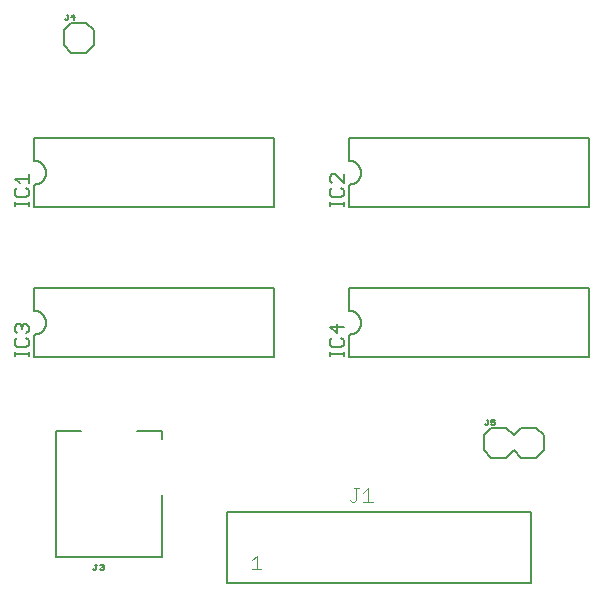
<source format=gbr>
G04 EAGLE Gerber X2 export*
%TF.Part,Single*%
%TF.FileFunction,Legend,Top,1*%
%TF.FilePolarity,Positive*%
%TF.GenerationSoftware,Autodesk,EAGLE,8.6.3*%
%TF.CreationDate,2018-02-26T22:29:53Z*%
G75*
%MOMM*%
%FSLAX34Y34*%
%LPD*%
%AMOC8*
5,1,8,0,0,1.08239X$1,22.5*%
G01*
%ADD10C,0.152400*%
%ADD11C,0.127000*%
%ADD12C,0.101600*%
%ADD13C,0.203200*%


D10*
X241300Y384810D02*
X38100Y384810D01*
X38100Y326390D02*
X241300Y326390D01*
X241300Y384810D01*
X38100Y384810D02*
X38100Y365760D01*
X38100Y345440D02*
X38100Y326390D01*
X38100Y345440D02*
X38347Y345443D01*
X38595Y345452D01*
X38842Y345467D01*
X39088Y345488D01*
X39334Y345515D01*
X39579Y345548D01*
X39824Y345587D01*
X40067Y345632D01*
X40309Y345683D01*
X40550Y345740D01*
X40789Y345802D01*
X41027Y345871D01*
X41263Y345945D01*
X41497Y346025D01*
X41729Y346110D01*
X41959Y346202D01*
X42187Y346298D01*
X42412Y346401D01*
X42635Y346508D01*
X42855Y346622D01*
X43072Y346740D01*
X43287Y346864D01*
X43498Y346993D01*
X43706Y347127D01*
X43911Y347266D01*
X44112Y347410D01*
X44310Y347558D01*
X44504Y347712D01*
X44694Y347870D01*
X44880Y348033D01*
X45062Y348200D01*
X45240Y348372D01*
X45414Y348548D01*
X45584Y348728D01*
X45749Y348913D01*
X45909Y349101D01*
X46065Y349293D01*
X46217Y349489D01*
X46363Y349688D01*
X46505Y349891D01*
X46641Y350098D01*
X46773Y350307D01*
X46899Y350520D01*
X47020Y350736D01*
X47136Y350954D01*
X47246Y351176D01*
X47351Y351400D01*
X47451Y351626D01*
X47545Y351855D01*
X47633Y352086D01*
X47716Y352320D01*
X47793Y352555D01*
X47864Y352792D01*
X47930Y353030D01*
X47989Y353270D01*
X48043Y353512D01*
X48091Y353755D01*
X48133Y353998D01*
X48169Y354243D01*
X48199Y354489D01*
X48223Y354735D01*
X48241Y354982D01*
X48253Y355229D01*
X48259Y355476D01*
X48259Y355724D01*
X48253Y355971D01*
X48241Y356218D01*
X48223Y356465D01*
X48199Y356711D01*
X48169Y356957D01*
X48133Y357202D01*
X48091Y357445D01*
X48043Y357688D01*
X47989Y357930D01*
X47930Y358170D01*
X47864Y358408D01*
X47793Y358645D01*
X47716Y358880D01*
X47633Y359114D01*
X47545Y359345D01*
X47451Y359574D01*
X47351Y359800D01*
X47246Y360024D01*
X47136Y360246D01*
X47020Y360464D01*
X46899Y360680D01*
X46773Y360893D01*
X46641Y361102D01*
X46505Y361309D01*
X46363Y361512D01*
X46217Y361711D01*
X46065Y361907D01*
X45909Y362099D01*
X45749Y362287D01*
X45584Y362472D01*
X45414Y362652D01*
X45240Y362828D01*
X45062Y363000D01*
X44880Y363167D01*
X44694Y363330D01*
X44504Y363488D01*
X44310Y363642D01*
X44112Y363790D01*
X43911Y363934D01*
X43706Y364073D01*
X43498Y364207D01*
X43287Y364336D01*
X43072Y364460D01*
X42855Y364578D01*
X42635Y364692D01*
X42412Y364799D01*
X42187Y364902D01*
X41959Y364998D01*
X41729Y365090D01*
X41497Y365175D01*
X41263Y365255D01*
X41027Y365329D01*
X40789Y365398D01*
X40550Y365460D01*
X40309Y365517D01*
X40067Y365568D01*
X39824Y365613D01*
X39579Y365652D01*
X39334Y365685D01*
X39088Y365712D01*
X38842Y365733D01*
X38595Y365748D01*
X38347Y365757D01*
X38100Y365760D01*
D11*
X33655Y330838D02*
X33655Y327025D01*
X33655Y328932D02*
X22215Y328932D01*
X22215Y330838D02*
X22215Y327025D01*
X22215Y340541D02*
X24122Y342447D01*
X22215Y340541D02*
X22215Y336728D01*
X24122Y334821D01*
X31748Y334821D01*
X33655Y336728D01*
X33655Y340541D01*
X31748Y342447D01*
X26029Y346515D02*
X22215Y350328D01*
X33655Y350328D01*
X33655Y346515D02*
X33655Y354141D01*
D10*
X304800Y384810D02*
X508000Y384810D01*
X508000Y326390D02*
X304800Y326390D01*
X508000Y326390D02*
X508000Y384810D01*
X304800Y384810D02*
X304800Y365760D01*
X304800Y345440D02*
X304800Y326390D01*
X304800Y345440D02*
X305047Y345443D01*
X305295Y345452D01*
X305542Y345467D01*
X305788Y345488D01*
X306034Y345515D01*
X306279Y345548D01*
X306524Y345587D01*
X306767Y345632D01*
X307009Y345683D01*
X307250Y345740D01*
X307489Y345802D01*
X307727Y345871D01*
X307963Y345945D01*
X308197Y346025D01*
X308429Y346110D01*
X308659Y346202D01*
X308887Y346298D01*
X309112Y346401D01*
X309335Y346508D01*
X309555Y346622D01*
X309772Y346740D01*
X309987Y346864D01*
X310198Y346993D01*
X310406Y347127D01*
X310611Y347266D01*
X310812Y347410D01*
X311010Y347558D01*
X311204Y347712D01*
X311394Y347870D01*
X311580Y348033D01*
X311762Y348200D01*
X311940Y348372D01*
X312114Y348548D01*
X312284Y348728D01*
X312449Y348913D01*
X312609Y349101D01*
X312765Y349293D01*
X312917Y349489D01*
X313063Y349688D01*
X313205Y349891D01*
X313341Y350098D01*
X313473Y350307D01*
X313599Y350520D01*
X313720Y350736D01*
X313836Y350954D01*
X313946Y351176D01*
X314051Y351400D01*
X314151Y351626D01*
X314245Y351855D01*
X314333Y352086D01*
X314416Y352320D01*
X314493Y352555D01*
X314564Y352792D01*
X314630Y353030D01*
X314689Y353270D01*
X314743Y353512D01*
X314791Y353755D01*
X314833Y353998D01*
X314869Y354243D01*
X314899Y354489D01*
X314923Y354735D01*
X314941Y354982D01*
X314953Y355229D01*
X314959Y355476D01*
X314959Y355724D01*
X314953Y355971D01*
X314941Y356218D01*
X314923Y356465D01*
X314899Y356711D01*
X314869Y356957D01*
X314833Y357202D01*
X314791Y357445D01*
X314743Y357688D01*
X314689Y357930D01*
X314630Y358170D01*
X314564Y358408D01*
X314493Y358645D01*
X314416Y358880D01*
X314333Y359114D01*
X314245Y359345D01*
X314151Y359574D01*
X314051Y359800D01*
X313946Y360024D01*
X313836Y360246D01*
X313720Y360464D01*
X313599Y360680D01*
X313473Y360893D01*
X313341Y361102D01*
X313205Y361309D01*
X313063Y361512D01*
X312917Y361711D01*
X312765Y361907D01*
X312609Y362099D01*
X312449Y362287D01*
X312284Y362472D01*
X312114Y362652D01*
X311940Y362828D01*
X311762Y363000D01*
X311580Y363167D01*
X311394Y363330D01*
X311204Y363488D01*
X311010Y363642D01*
X310812Y363790D01*
X310611Y363934D01*
X310406Y364073D01*
X310198Y364207D01*
X309987Y364336D01*
X309772Y364460D01*
X309555Y364578D01*
X309335Y364692D01*
X309112Y364799D01*
X308887Y364902D01*
X308659Y364998D01*
X308429Y365090D01*
X308197Y365175D01*
X307963Y365255D01*
X307727Y365329D01*
X307489Y365398D01*
X307250Y365460D01*
X307009Y365517D01*
X306767Y365568D01*
X306524Y365613D01*
X306279Y365652D01*
X306034Y365685D01*
X305788Y365712D01*
X305542Y365733D01*
X305295Y365748D01*
X305047Y365757D01*
X304800Y365760D01*
D11*
X300355Y330838D02*
X300355Y327025D01*
X300355Y328932D02*
X288915Y328932D01*
X288915Y330838D02*
X288915Y327025D01*
X288915Y340541D02*
X290822Y342447D01*
X288915Y340541D02*
X288915Y336728D01*
X290822Y334821D01*
X298448Y334821D01*
X300355Y336728D01*
X300355Y340541D01*
X298448Y342447D01*
X300355Y346515D02*
X300355Y354141D01*
X300355Y346515D02*
X292729Y354141D01*
X290822Y354141D01*
X288915Y352235D01*
X288915Y348422D01*
X290822Y346515D01*
D10*
X241300Y257810D02*
X38100Y257810D01*
X38100Y199390D02*
X241300Y199390D01*
X241300Y257810D01*
X38100Y257810D02*
X38100Y238760D01*
X38100Y218440D02*
X38100Y199390D01*
X38100Y218440D02*
X38347Y218443D01*
X38595Y218452D01*
X38842Y218467D01*
X39088Y218488D01*
X39334Y218515D01*
X39579Y218548D01*
X39824Y218587D01*
X40067Y218632D01*
X40309Y218683D01*
X40550Y218740D01*
X40789Y218802D01*
X41027Y218871D01*
X41263Y218945D01*
X41497Y219025D01*
X41729Y219110D01*
X41959Y219202D01*
X42187Y219298D01*
X42412Y219401D01*
X42635Y219508D01*
X42855Y219622D01*
X43072Y219740D01*
X43287Y219864D01*
X43498Y219993D01*
X43706Y220127D01*
X43911Y220266D01*
X44112Y220410D01*
X44310Y220558D01*
X44504Y220712D01*
X44694Y220870D01*
X44880Y221033D01*
X45062Y221200D01*
X45240Y221372D01*
X45414Y221548D01*
X45584Y221728D01*
X45749Y221913D01*
X45909Y222101D01*
X46065Y222293D01*
X46217Y222489D01*
X46363Y222688D01*
X46505Y222891D01*
X46641Y223098D01*
X46773Y223307D01*
X46899Y223520D01*
X47020Y223736D01*
X47136Y223954D01*
X47246Y224176D01*
X47351Y224400D01*
X47451Y224626D01*
X47545Y224855D01*
X47633Y225086D01*
X47716Y225320D01*
X47793Y225555D01*
X47864Y225792D01*
X47930Y226030D01*
X47989Y226270D01*
X48043Y226512D01*
X48091Y226755D01*
X48133Y226998D01*
X48169Y227243D01*
X48199Y227489D01*
X48223Y227735D01*
X48241Y227982D01*
X48253Y228229D01*
X48259Y228476D01*
X48259Y228724D01*
X48253Y228971D01*
X48241Y229218D01*
X48223Y229465D01*
X48199Y229711D01*
X48169Y229957D01*
X48133Y230202D01*
X48091Y230445D01*
X48043Y230688D01*
X47989Y230930D01*
X47930Y231170D01*
X47864Y231408D01*
X47793Y231645D01*
X47716Y231880D01*
X47633Y232114D01*
X47545Y232345D01*
X47451Y232574D01*
X47351Y232800D01*
X47246Y233024D01*
X47136Y233246D01*
X47020Y233464D01*
X46899Y233680D01*
X46773Y233893D01*
X46641Y234102D01*
X46505Y234309D01*
X46363Y234512D01*
X46217Y234711D01*
X46065Y234907D01*
X45909Y235099D01*
X45749Y235287D01*
X45584Y235472D01*
X45414Y235652D01*
X45240Y235828D01*
X45062Y236000D01*
X44880Y236167D01*
X44694Y236330D01*
X44504Y236488D01*
X44310Y236642D01*
X44112Y236790D01*
X43911Y236934D01*
X43706Y237073D01*
X43498Y237207D01*
X43287Y237336D01*
X43072Y237460D01*
X42855Y237578D01*
X42635Y237692D01*
X42412Y237799D01*
X42187Y237902D01*
X41959Y237998D01*
X41729Y238090D01*
X41497Y238175D01*
X41263Y238255D01*
X41027Y238329D01*
X40789Y238398D01*
X40550Y238460D01*
X40309Y238517D01*
X40067Y238568D01*
X39824Y238613D01*
X39579Y238652D01*
X39334Y238685D01*
X39088Y238712D01*
X38842Y238733D01*
X38595Y238748D01*
X38347Y238757D01*
X38100Y238760D01*
D11*
X33655Y203838D02*
X33655Y200025D01*
X33655Y201932D02*
X22215Y201932D01*
X22215Y203838D02*
X22215Y200025D01*
X22215Y213541D02*
X24122Y215447D01*
X22215Y213541D02*
X22215Y209728D01*
X24122Y207821D01*
X31748Y207821D01*
X33655Y209728D01*
X33655Y213541D01*
X31748Y215447D01*
X24122Y219515D02*
X22215Y221422D01*
X22215Y225235D01*
X24122Y227141D01*
X26029Y227141D01*
X27935Y225235D01*
X27935Y223328D01*
X27935Y225235D02*
X29842Y227141D01*
X31748Y227141D01*
X33655Y225235D01*
X33655Y221422D01*
X31748Y219515D01*
D10*
X304800Y257810D02*
X508000Y257810D01*
X508000Y199390D02*
X304800Y199390D01*
X508000Y199390D02*
X508000Y257810D01*
X304800Y257810D02*
X304800Y238760D01*
X304800Y218440D02*
X304800Y199390D01*
X304800Y218440D02*
X305047Y218443D01*
X305295Y218452D01*
X305542Y218467D01*
X305788Y218488D01*
X306034Y218515D01*
X306279Y218548D01*
X306524Y218587D01*
X306767Y218632D01*
X307009Y218683D01*
X307250Y218740D01*
X307489Y218802D01*
X307727Y218871D01*
X307963Y218945D01*
X308197Y219025D01*
X308429Y219110D01*
X308659Y219202D01*
X308887Y219298D01*
X309112Y219401D01*
X309335Y219508D01*
X309555Y219622D01*
X309772Y219740D01*
X309987Y219864D01*
X310198Y219993D01*
X310406Y220127D01*
X310611Y220266D01*
X310812Y220410D01*
X311010Y220558D01*
X311204Y220712D01*
X311394Y220870D01*
X311580Y221033D01*
X311762Y221200D01*
X311940Y221372D01*
X312114Y221548D01*
X312284Y221728D01*
X312449Y221913D01*
X312609Y222101D01*
X312765Y222293D01*
X312917Y222489D01*
X313063Y222688D01*
X313205Y222891D01*
X313341Y223098D01*
X313473Y223307D01*
X313599Y223520D01*
X313720Y223736D01*
X313836Y223954D01*
X313946Y224176D01*
X314051Y224400D01*
X314151Y224626D01*
X314245Y224855D01*
X314333Y225086D01*
X314416Y225320D01*
X314493Y225555D01*
X314564Y225792D01*
X314630Y226030D01*
X314689Y226270D01*
X314743Y226512D01*
X314791Y226755D01*
X314833Y226998D01*
X314869Y227243D01*
X314899Y227489D01*
X314923Y227735D01*
X314941Y227982D01*
X314953Y228229D01*
X314959Y228476D01*
X314959Y228724D01*
X314953Y228971D01*
X314941Y229218D01*
X314923Y229465D01*
X314899Y229711D01*
X314869Y229957D01*
X314833Y230202D01*
X314791Y230445D01*
X314743Y230688D01*
X314689Y230930D01*
X314630Y231170D01*
X314564Y231408D01*
X314493Y231645D01*
X314416Y231880D01*
X314333Y232114D01*
X314245Y232345D01*
X314151Y232574D01*
X314051Y232800D01*
X313946Y233024D01*
X313836Y233246D01*
X313720Y233464D01*
X313599Y233680D01*
X313473Y233893D01*
X313341Y234102D01*
X313205Y234309D01*
X313063Y234512D01*
X312917Y234711D01*
X312765Y234907D01*
X312609Y235099D01*
X312449Y235287D01*
X312284Y235472D01*
X312114Y235652D01*
X311940Y235828D01*
X311762Y236000D01*
X311580Y236167D01*
X311394Y236330D01*
X311204Y236488D01*
X311010Y236642D01*
X310812Y236790D01*
X310611Y236934D01*
X310406Y237073D01*
X310198Y237207D01*
X309987Y237336D01*
X309772Y237460D01*
X309555Y237578D01*
X309335Y237692D01*
X309112Y237799D01*
X308887Y237902D01*
X308659Y237998D01*
X308429Y238090D01*
X308197Y238175D01*
X307963Y238255D01*
X307727Y238329D01*
X307489Y238398D01*
X307250Y238460D01*
X307009Y238517D01*
X306767Y238568D01*
X306524Y238613D01*
X306279Y238652D01*
X306034Y238685D01*
X305788Y238712D01*
X305542Y238733D01*
X305295Y238748D01*
X305047Y238757D01*
X304800Y238760D01*
D11*
X300355Y203838D02*
X300355Y200025D01*
X300355Y201932D02*
X288915Y201932D01*
X288915Y203838D02*
X288915Y200025D01*
X288915Y213541D02*
X290822Y215447D01*
X288915Y213541D02*
X288915Y209728D01*
X290822Y207821D01*
X298448Y207821D01*
X300355Y209728D01*
X300355Y213541D01*
X298448Y215447D01*
X300355Y225235D02*
X288915Y225235D01*
X294635Y219515D01*
X294635Y227141D01*
X201350Y68100D02*
X459050Y68100D01*
X459050Y8100D01*
X201350Y8100D01*
X201350Y68100D01*
D12*
X305308Y78657D02*
X307257Y76708D01*
X309206Y76708D01*
X311155Y78657D01*
X311155Y88402D01*
X309206Y88402D02*
X313104Y88402D01*
X317002Y84504D02*
X320900Y88402D01*
X320900Y76708D01*
X317002Y76708D02*
X324798Y76708D01*
X226656Y31252D02*
X222758Y27354D01*
X226656Y31252D02*
X226656Y19558D01*
X222758Y19558D02*
X230554Y19558D01*
D13*
X146600Y137000D02*
X125600Y137000D01*
X146600Y83000D02*
X146600Y30000D01*
X146600Y130000D02*
X146600Y137000D01*
X56600Y137000D02*
X56600Y30000D01*
X56600Y137000D02*
X77600Y137000D01*
X56600Y30000D02*
X146600Y30000D01*
D11*
X89324Y18923D02*
X88519Y19728D01*
X89324Y18923D02*
X90129Y18923D01*
X90934Y19728D01*
X90934Y23753D01*
X90129Y23753D02*
X91739Y23753D01*
X94132Y22948D02*
X94937Y23753D01*
X96547Y23753D01*
X97352Y22948D01*
X97352Y22143D01*
X96547Y21338D01*
X95742Y21338D01*
X96547Y21338D02*
X97352Y20533D01*
X97352Y19728D01*
X96547Y18923D01*
X94937Y18923D01*
X94132Y19728D01*
D13*
X88900Y476250D02*
X82550Y482600D01*
X69850Y482600D01*
X63500Y476250D01*
X63500Y463550D01*
X69850Y457200D01*
X82550Y457200D01*
X88900Y463550D01*
X88900Y476250D01*
D11*
X64940Y484505D02*
X64135Y485310D01*
X64940Y484505D02*
X65745Y484505D01*
X66550Y485310D01*
X66550Y489335D01*
X65745Y489335D02*
X67355Y489335D01*
X72163Y489335D02*
X72163Y484505D01*
X69748Y486920D02*
X72163Y489335D01*
X72968Y486920D02*
X69748Y486920D01*
D13*
X425450Y139700D02*
X438150Y139700D01*
X444500Y133350D01*
X444500Y120650D02*
X438150Y114300D01*
X444500Y133350D02*
X450850Y139700D01*
X463550Y139700D01*
X469900Y133350D01*
X469900Y120650D02*
X463550Y114300D01*
X450850Y114300D01*
X444500Y120650D01*
X419100Y120650D02*
X419100Y133350D01*
X425450Y139700D01*
X419100Y120650D02*
X425450Y114300D01*
X438150Y114300D01*
X469900Y120650D02*
X469900Y133350D01*
D11*
X420540Y141605D02*
X419735Y142410D01*
X420540Y141605D02*
X421345Y141605D01*
X422150Y142410D01*
X422150Y146435D01*
X421345Y146435D02*
X422955Y146435D01*
X425348Y146435D02*
X428568Y146435D01*
X425348Y146435D02*
X425348Y144020D01*
X426958Y144825D01*
X427763Y144825D01*
X428568Y144020D01*
X428568Y142410D01*
X427763Y141605D01*
X426153Y141605D01*
X425348Y142410D01*
M02*

</source>
